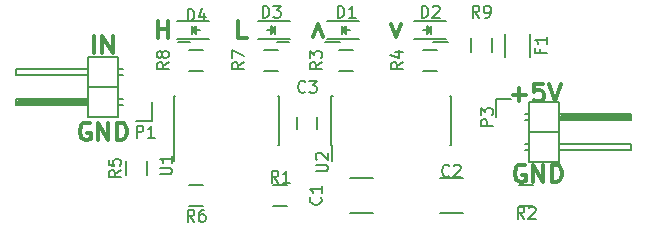
<source format=gbr>
G04 #@! TF.FileFunction,Legend,Top*
%FSLAX46Y46*%
G04 Gerber Fmt 4.6, Leading zero omitted, Abs format (unit mm)*
G04 Created by KiCad (PCBNEW (after 2015-mar-04 BZR unknown)-product) date 9/30/2016 11:15:59 AM*
%MOMM*%
G01*
G04 APERTURE LIST*
%ADD10C,0.150000*%
%ADD11C,0.200000*%
%ADD12C,0.300000*%
G04 APERTURE END LIST*
D10*
D11*
X30226000Y-3556000D02*
X31496000Y-3556000D01*
X21082000Y-3556000D02*
X22352000Y-3556000D01*
X17018000Y-3556000D02*
X18034000Y-3556000D01*
X8636000Y-3556000D02*
X9652000Y-3556000D01*
D12*
X27499429Y-1968572D02*
X27070857Y-3111429D01*
X26642286Y-1968572D01*
X19998571Y-3111428D02*
X20427143Y-1968571D01*
X20855714Y-3111428D01*
X14434286Y-3218571D02*
X13720000Y-3218571D01*
X13720000Y-1718571D01*
X6937429Y-3218571D02*
X6937429Y-1718571D01*
X6937429Y-2432857D02*
X7794572Y-2432857D01*
X7794572Y-3218571D02*
X7794572Y-1718571D01*
X1143143Y-10426000D02*
X1000286Y-10354571D01*
X786000Y-10354571D01*
X571715Y-10426000D01*
X428857Y-10568857D01*
X357429Y-10711714D01*
X286000Y-10997429D01*
X286000Y-11211714D01*
X357429Y-11497429D01*
X428857Y-11640286D01*
X571715Y-11783143D01*
X786000Y-11854571D01*
X928857Y-11854571D01*
X1143143Y-11783143D01*
X1214572Y-11711714D01*
X1214572Y-11211714D01*
X928857Y-11211714D01*
X1857429Y-11854571D02*
X1857429Y-10354571D01*
X2714572Y-11854571D01*
X2714572Y-10354571D01*
X3428858Y-11854571D02*
X3428858Y-10354571D01*
X3786001Y-10354571D01*
X4000286Y-10426000D01*
X4143144Y-10568857D01*
X4214572Y-10711714D01*
X4286001Y-10997429D01*
X4286001Y-11211714D01*
X4214572Y-11497429D01*
X4143144Y-11640286D01*
X4000286Y-11783143D01*
X3786001Y-11854571D01*
X3428858Y-11854571D01*
X37973143Y-13982000D02*
X37830286Y-13910571D01*
X37616000Y-13910571D01*
X37401715Y-13982000D01*
X37258857Y-14124857D01*
X37187429Y-14267714D01*
X37116000Y-14553429D01*
X37116000Y-14767714D01*
X37187429Y-15053429D01*
X37258857Y-15196286D01*
X37401715Y-15339143D01*
X37616000Y-15410571D01*
X37758857Y-15410571D01*
X37973143Y-15339143D01*
X38044572Y-15267714D01*
X38044572Y-14767714D01*
X37758857Y-14767714D01*
X38687429Y-15410571D02*
X38687429Y-13910571D01*
X39544572Y-15410571D01*
X39544572Y-13910571D01*
X40258858Y-15410571D02*
X40258858Y-13910571D01*
X40616001Y-13910571D01*
X40830286Y-13982000D01*
X40973144Y-14124857D01*
X41044572Y-14267714D01*
X41116001Y-14553429D01*
X41116001Y-14767714D01*
X41044572Y-15053429D01*
X40973144Y-15196286D01*
X40830286Y-15339143D01*
X40616001Y-15410571D01*
X40258858Y-15410571D01*
X36933429Y-7981143D02*
X38076286Y-7981143D01*
X37504857Y-8552571D02*
X37504857Y-7409714D01*
X39504858Y-7052571D02*
X38790572Y-7052571D01*
X38719143Y-7766857D01*
X38790572Y-7695429D01*
X38933429Y-7624000D01*
X39290572Y-7624000D01*
X39433429Y-7695429D01*
X39504858Y-7766857D01*
X39576286Y-7909714D01*
X39576286Y-8266857D01*
X39504858Y-8409714D01*
X39433429Y-8481143D01*
X39290572Y-8552571D01*
X38933429Y-8552571D01*
X38790572Y-8481143D01*
X38719143Y-8409714D01*
X40004857Y-7052571D02*
X40504857Y-8552571D01*
X41004857Y-7052571D01*
X1500286Y-4488571D02*
X1500286Y-2988571D01*
X2214572Y-4488571D02*
X2214572Y-2988571D01*
X3071715Y-4488571D01*
X3071715Y-2988571D01*
D10*
X25130000Y-15035000D02*
X23130000Y-15035000D01*
X23130000Y-17985000D02*
X25130000Y-17985000D01*
X32750000Y-15035000D02*
X30750000Y-15035000D01*
X30750000Y-17985000D02*
X32750000Y-17985000D01*
X21260000Y-3290000D02*
X23960000Y-3290000D01*
X21260000Y-1790000D02*
X23960000Y-1790000D01*
X22760000Y-2690000D02*
X22760000Y-2440000D01*
X22760000Y-2440000D02*
X22610000Y-2590000D01*
X22510000Y-2190000D02*
X22510000Y-2890000D01*
X22860000Y-2540000D02*
X23210000Y-2540000D01*
X22510000Y-2540000D02*
X22860000Y-2190000D01*
X22860000Y-2190000D02*
X22860000Y-2890000D01*
X22860000Y-2890000D02*
X22510000Y-2540000D01*
X31318000Y-1790000D02*
X28618000Y-1790000D01*
X31318000Y-3290000D02*
X28618000Y-3290000D01*
X29818000Y-2390000D02*
X29818000Y-2640000D01*
X29818000Y-2640000D02*
X29968000Y-2490000D01*
X30068000Y-2890000D02*
X30068000Y-2190000D01*
X29718000Y-2540000D02*
X29368000Y-2540000D01*
X30068000Y-2540000D02*
X29718000Y-2890000D01*
X29718000Y-2890000D02*
X29718000Y-2190000D01*
X29718000Y-2190000D02*
X30068000Y-2540000D01*
X18110000Y-1790000D02*
X15410000Y-1790000D01*
X18110000Y-3290000D02*
X15410000Y-3290000D01*
X16610000Y-2390000D02*
X16610000Y-2640000D01*
X16610000Y-2640000D02*
X16760000Y-2490000D01*
X16860000Y-2890000D02*
X16860000Y-2190000D01*
X16510000Y-2540000D02*
X16160000Y-2540000D01*
X16860000Y-2540000D02*
X16510000Y-2890000D01*
X16510000Y-2890000D02*
X16510000Y-2190000D01*
X16510000Y-2190000D02*
X16860000Y-2540000D01*
X8560000Y-3290000D02*
X11260000Y-3290000D01*
X8560000Y-1790000D02*
X11260000Y-1790000D01*
X10060000Y-2690000D02*
X10060000Y-2440000D01*
X10060000Y-2440000D02*
X9910000Y-2590000D01*
X9810000Y-2190000D02*
X9810000Y-2890000D01*
X10160000Y-2540000D02*
X10510000Y-2540000D01*
X9810000Y-2540000D02*
X10160000Y-2190000D01*
X10160000Y-2190000D02*
X10160000Y-2890000D01*
X10160000Y-2890000D02*
X9810000Y-2540000D01*
X6380000Y-10186000D02*
X6380000Y-8636000D01*
X5080000Y-10186000D02*
X6380000Y-10186000D01*
X889000Y-8763000D02*
X-4953000Y-8763000D01*
X-4953000Y-8763000D02*
X-4953000Y-8509000D01*
X-4953000Y-8509000D02*
X889000Y-8509000D01*
X889000Y-8509000D02*
X889000Y-8636000D01*
X889000Y-8636000D02*
X-4953000Y-8636000D01*
X3556000Y-8890000D02*
X3937000Y-8890000D01*
X3556000Y-8382000D02*
X3937000Y-8382000D01*
X3556000Y-6350000D02*
X3937000Y-6350000D01*
X3556000Y-5842000D02*
X3937000Y-5842000D01*
X3556000Y-9906000D02*
X1016000Y-9906000D01*
X3556000Y-7366000D02*
X1016000Y-7366000D01*
X3556000Y-7366000D02*
X3556000Y-4826000D01*
X3556000Y-4826000D02*
X1016000Y-4826000D01*
X1016000Y-6350000D02*
X-5080000Y-6350000D01*
X-5080000Y-6350000D02*
X-5080000Y-5842000D01*
X-5080000Y-5842000D02*
X1016000Y-5842000D01*
X1016000Y-4826000D02*
X1016000Y-7366000D01*
X1016000Y-7366000D02*
X1016000Y-9906000D01*
X-5080000Y-8382000D02*
X1016000Y-8382000D01*
X-5080000Y-8890000D02*
X-5080000Y-8382000D01*
X1016000Y-8890000D02*
X-5080000Y-8890000D01*
X3556000Y-7366000D02*
X1016000Y-7366000D01*
X3556000Y-9906000D02*
X3556000Y-7366000D01*
X35530000Y-8356000D02*
X35530000Y-9906000D01*
X36830000Y-8356000D02*
X35530000Y-8356000D01*
X41021000Y-9779000D02*
X46863000Y-9779000D01*
X46863000Y-9779000D02*
X46863000Y-10033000D01*
X46863000Y-10033000D02*
X41021000Y-10033000D01*
X41021000Y-10033000D02*
X41021000Y-9906000D01*
X41021000Y-9906000D02*
X46863000Y-9906000D01*
X38354000Y-9652000D02*
X37973000Y-9652000D01*
X38354000Y-10160000D02*
X37973000Y-10160000D01*
X38354000Y-12192000D02*
X37973000Y-12192000D01*
X38354000Y-12700000D02*
X37973000Y-12700000D01*
X38354000Y-8636000D02*
X40894000Y-8636000D01*
X38354000Y-11176000D02*
X40894000Y-11176000D01*
X38354000Y-11176000D02*
X38354000Y-13716000D01*
X38354000Y-13716000D02*
X40894000Y-13716000D01*
X40894000Y-12192000D02*
X46990000Y-12192000D01*
X46990000Y-12192000D02*
X46990000Y-12700000D01*
X46990000Y-12700000D02*
X40894000Y-12700000D01*
X40894000Y-13716000D02*
X40894000Y-11176000D01*
X40894000Y-11176000D02*
X40894000Y-8636000D01*
X46990000Y-10160000D02*
X40894000Y-10160000D01*
X46990000Y-9652000D02*
X46990000Y-10160000D01*
X40894000Y-9652000D02*
X46990000Y-9652000D01*
X38354000Y-11176000D02*
X40894000Y-11176000D01*
X38354000Y-8636000D02*
X38354000Y-11176000D01*
X16672000Y-15635000D02*
X17872000Y-15635000D01*
X17872000Y-17385000D02*
X16672000Y-17385000D01*
X38700000Y-17385000D02*
X37500000Y-17385000D01*
X37500000Y-15635000D02*
X38700000Y-15635000D01*
X23460000Y-5955000D02*
X22260000Y-5955000D01*
X22260000Y-4205000D02*
X23460000Y-4205000D01*
X29372000Y-4205000D02*
X30572000Y-4205000D01*
X30572000Y-5955000D02*
X29372000Y-5955000D01*
X5955000Y-13624000D02*
X5955000Y-14824000D01*
X4205000Y-14824000D02*
X4205000Y-13624000D01*
X9560000Y-15635000D02*
X10760000Y-15635000D01*
X10760000Y-17385000D02*
X9560000Y-17385000D01*
X15910000Y-4205000D02*
X17110000Y-4205000D01*
X17110000Y-5955000D02*
X15910000Y-5955000D01*
X10760000Y-5955000D02*
X9560000Y-5955000D01*
X9560000Y-4205000D02*
X10760000Y-4205000D01*
X35165000Y-3210000D02*
X35165000Y-4410000D01*
X33415000Y-4410000D02*
X33415000Y-3210000D01*
X8250000Y-12235000D02*
X8275000Y-12235000D01*
X8250000Y-8085000D02*
X8365000Y-8085000D01*
X17150000Y-8085000D02*
X17035000Y-8085000D01*
X17150000Y-12235000D02*
X17035000Y-12235000D01*
X8250000Y-12235000D02*
X8250000Y-8085000D01*
X17150000Y-12235000D02*
X17150000Y-8085000D01*
X8275000Y-12235000D02*
X8275000Y-13610000D01*
X21595000Y-12235000D02*
X21620000Y-12235000D01*
X21595000Y-8085000D02*
X21700000Y-8085000D01*
X31745000Y-8085000D02*
X31640000Y-8085000D01*
X31745000Y-12235000D02*
X31640000Y-12235000D01*
X21595000Y-12235000D02*
X21595000Y-8085000D01*
X31745000Y-12235000D02*
X31745000Y-8085000D01*
X21620000Y-12235000D02*
X21620000Y-13610000D01*
X20408000Y-10914000D02*
X20408000Y-9914000D01*
X18708000Y-9914000D02*
X18708000Y-10914000D01*
X36263000Y-4810000D02*
X36263000Y-2810000D01*
X38413000Y-2810000D02*
X38413000Y-4810000D01*
X20677143Y-16676666D02*
X20724762Y-16724285D01*
X20772381Y-16867142D01*
X20772381Y-16962380D01*
X20724762Y-17105238D01*
X20629524Y-17200476D01*
X20534286Y-17248095D01*
X20343810Y-17295714D01*
X20200952Y-17295714D01*
X20010476Y-17248095D01*
X19915238Y-17200476D01*
X19820000Y-17105238D01*
X19772381Y-16962380D01*
X19772381Y-16867142D01*
X19820000Y-16724285D01*
X19867619Y-16676666D01*
X20772381Y-15724285D02*
X20772381Y-16295714D01*
X20772381Y-16010000D02*
X19772381Y-16010000D01*
X19915238Y-16105238D01*
X20010476Y-16200476D01*
X20058095Y-16295714D01*
X31583334Y-14835143D02*
X31535715Y-14882762D01*
X31392858Y-14930381D01*
X31297620Y-14930381D01*
X31154762Y-14882762D01*
X31059524Y-14787524D01*
X31011905Y-14692286D01*
X30964286Y-14501810D01*
X30964286Y-14358952D01*
X31011905Y-14168476D01*
X31059524Y-14073238D01*
X31154762Y-13978000D01*
X31297620Y-13930381D01*
X31392858Y-13930381D01*
X31535715Y-13978000D01*
X31583334Y-14025619D01*
X31964286Y-14025619D02*
X32011905Y-13978000D01*
X32107143Y-13930381D01*
X32345239Y-13930381D01*
X32440477Y-13978000D01*
X32488096Y-14025619D01*
X32535715Y-14120857D01*
X32535715Y-14216095D01*
X32488096Y-14358952D01*
X31916667Y-14930381D01*
X32535715Y-14930381D01*
X22121905Y-1468381D02*
X22121905Y-468381D01*
X22360000Y-468381D01*
X22502858Y-516000D01*
X22598096Y-611238D01*
X22645715Y-706476D01*
X22693334Y-896952D01*
X22693334Y-1039810D01*
X22645715Y-1230286D01*
X22598096Y-1325524D01*
X22502858Y-1420762D01*
X22360000Y-1468381D01*
X22121905Y-1468381D01*
X23645715Y-1468381D02*
X23074286Y-1468381D01*
X23360000Y-1468381D02*
X23360000Y-468381D01*
X23264762Y-611238D01*
X23169524Y-706476D01*
X23074286Y-754095D01*
X29233905Y-1468381D02*
X29233905Y-468381D01*
X29472000Y-468381D01*
X29614858Y-516000D01*
X29710096Y-611238D01*
X29757715Y-706476D01*
X29805334Y-896952D01*
X29805334Y-1039810D01*
X29757715Y-1230286D01*
X29710096Y-1325524D01*
X29614858Y-1420762D01*
X29472000Y-1468381D01*
X29233905Y-1468381D01*
X30186286Y-563619D02*
X30233905Y-516000D01*
X30329143Y-468381D01*
X30567239Y-468381D01*
X30662477Y-516000D01*
X30710096Y-563619D01*
X30757715Y-658857D01*
X30757715Y-754095D01*
X30710096Y-896952D01*
X30138667Y-1468381D01*
X30757715Y-1468381D01*
X15771905Y-1468381D02*
X15771905Y-468381D01*
X16010000Y-468381D01*
X16152858Y-516000D01*
X16248096Y-611238D01*
X16295715Y-706476D01*
X16343334Y-896952D01*
X16343334Y-1039810D01*
X16295715Y-1230286D01*
X16248096Y-1325524D01*
X16152858Y-1420762D01*
X16010000Y-1468381D01*
X15771905Y-1468381D01*
X16676667Y-468381D02*
X17295715Y-468381D01*
X16962381Y-849333D01*
X17105239Y-849333D01*
X17200477Y-896952D01*
X17248096Y-944571D01*
X17295715Y-1039810D01*
X17295715Y-1277905D01*
X17248096Y-1373143D01*
X17200477Y-1420762D01*
X17105239Y-1468381D01*
X16819524Y-1468381D01*
X16724286Y-1420762D01*
X16676667Y-1373143D01*
X9421905Y-1722381D02*
X9421905Y-722381D01*
X9660000Y-722381D01*
X9802858Y-770000D01*
X9898096Y-865238D01*
X9945715Y-960476D01*
X9993334Y-1150952D01*
X9993334Y-1293810D01*
X9945715Y-1484286D01*
X9898096Y-1579524D01*
X9802858Y-1674762D01*
X9660000Y-1722381D01*
X9421905Y-1722381D01*
X10850477Y-1055714D02*
X10850477Y-1722381D01*
X10612381Y-674762D02*
X10374286Y-1389048D01*
X10993334Y-1389048D01*
X5103905Y-11628381D02*
X5103905Y-10628381D01*
X5484858Y-10628381D01*
X5580096Y-10676000D01*
X5627715Y-10723619D01*
X5675334Y-10818857D01*
X5675334Y-10961714D01*
X5627715Y-11056952D01*
X5580096Y-11104571D01*
X5484858Y-11152190D01*
X5103905Y-11152190D01*
X6627715Y-11628381D02*
X6056286Y-11628381D01*
X6342000Y-11628381D02*
X6342000Y-10628381D01*
X6246762Y-10771238D01*
X6151524Y-10866476D01*
X6056286Y-10914095D01*
X35250381Y-10644095D02*
X34250381Y-10644095D01*
X34250381Y-10263142D01*
X34298000Y-10167904D01*
X34345619Y-10120285D01*
X34440857Y-10072666D01*
X34583714Y-10072666D01*
X34678952Y-10120285D01*
X34726571Y-10167904D01*
X34774190Y-10263142D01*
X34774190Y-10644095D01*
X34250381Y-9739333D02*
X34250381Y-9120285D01*
X34631333Y-9453619D01*
X34631333Y-9310761D01*
X34678952Y-9215523D01*
X34726571Y-9167904D01*
X34821810Y-9120285D01*
X35059905Y-9120285D01*
X35155143Y-9167904D01*
X35202762Y-9215523D01*
X35250381Y-9310761D01*
X35250381Y-9596476D01*
X35202762Y-9691714D01*
X35155143Y-9739333D01*
X17105334Y-15438381D02*
X16772000Y-14962190D01*
X16533905Y-15438381D02*
X16533905Y-14438381D01*
X16914858Y-14438381D01*
X17010096Y-14486000D01*
X17057715Y-14533619D01*
X17105334Y-14628857D01*
X17105334Y-14771714D01*
X17057715Y-14866952D01*
X17010096Y-14914571D01*
X16914858Y-14962190D01*
X16533905Y-14962190D01*
X18057715Y-15438381D02*
X17486286Y-15438381D01*
X17772000Y-15438381D02*
X17772000Y-14438381D01*
X17676762Y-14581238D01*
X17581524Y-14676476D01*
X17486286Y-14724095D01*
X37933334Y-18486381D02*
X37600000Y-18010190D01*
X37361905Y-18486381D02*
X37361905Y-17486381D01*
X37742858Y-17486381D01*
X37838096Y-17534000D01*
X37885715Y-17581619D01*
X37933334Y-17676857D01*
X37933334Y-17819714D01*
X37885715Y-17914952D01*
X37838096Y-17962571D01*
X37742858Y-18010190D01*
X37361905Y-18010190D01*
X38314286Y-17581619D02*
X38361905Y-17534000D01*
X38457143Y-17486381D01*
X38695239Y-17486381D01*
X38790477Y-17534000D01*
X38838096Y-17581619D01*
X38885715Y-17676857D01*
X38885715Y-17772095D01*
X38838096Y-17914952D01*
X38266667Y-18486381D01*
X38885715Y-18486381D01*
X20772381Y-5246666D02*
X20296190Y-5580000D01*
X20772381Y-5818095D02*
X19772381Y-5818095D01*
X19772381Y-5437142D01*
X19820000Y-5341904D01*
X19867619Y-5294285D01*
X19962857Y-5246666D01*
X20105714Y-5246666D01*
X20200952Y-5294285D01*
X20248571Y-5341904D01*
X20296190Y-5437142D01*
X20296190Y-5818095D01*
X19772381Y-4913333D02*
X19772381Y-4294285D01*
X20153333Y-4627619D01*
X20153333Y-4484761D01*
X20200952Y-4389523D01*
X20248571Y-4341904D01*
X20343810Y-4294285D01*
X20581905Y-4294285D01*
X20677143Y-4341904D01*
X20724762Y-4389523D01*
X20772381Y-4484761D01*
X20772381Y-4770476D01*
X20724762Y-4865714D01*
X20677143Y-4913333D01*
X27630381Y-5246666D02*
X27154190Y-5580000D01*
X27630381Y-5818095D02*
X26630381Y-5818095D01*
X26630381Y-5437142D01*
X26678000Y-5341904D01*
X26725619Y-5294285D01*
X26820857Y-5246666D01*
X26963714Y-5246666D01*
X27058952Y-5294285D01*
X27106571Y-5341904D01*
X27154190Y-5437142D01*
X27154190Y-5818095D01*
X26963714Y-4389523D02*
X27630381Y-4389523D01*
X26582762Y-4627619D02*
X27297048Y-4865714D01*
X27297048Y-4246666D01*
X3754381Y-14390666D02*
X3278190Y-14724000D01*
X3754381Y-14962095D02*
X2754381Y-14962095D01*
X2754381Y-14581142D01*
X2802000Y-14485904D01*
X2849619Y-14438285D01*
X2944857Y-14390666D01*
X3087714Y-14390666D01*
X3182952Y-14438285D01*
X3230571Y-14485904D01*
X3278190Y-14581142D01*
X3278190Y-14962095D01*
X2754381Y-13485904D02*
X2754381Y-13962095D01*
X3230571Y-14009714D01*
X3182952Y-13962095D01*
X3135333Y-13866857D01*
X3135333Y-13628761D01*
X3182952Y-13533523D01*
X3230571Y-13485904D01*
X3325810Y-13438285D01*
X3563905Y-13438285D01*
X3659143Y-13485904D01*
X3706762Y-13533523D01*
X3754381Y-13628761D01*
X3754381Y-13866857D01*
X3706762Y-13962095D01*
X3659143Y-14009714D01*
X9993334Y-18740381D02*
X9660000Y-18264190D01*
X9421905Y-18740381D02*
X9421905Y-17740381D01*
X9802858Y-17740381D01*
X9898096Y-17788000D01*
X9945715Y-17835619D01*
X9993334Y-17930857D01*
X9993334Y-18073714D01*
X9945715Y-18168952D01*
X9898096Y-18216571D01*
X9802858Y-18264190D01*
X9421905Y-18264190D01*
X10850477Y-17740381D02*
X10660000Y-17740381D01*
X10564762Y-17788000D01*
X10517143Y-17835619D01*
X10421905Y-17978476D01*
X10374286Y-18168952D01*
X10374286Y-18549905D01*
X10421905Y-18645143D01*
X10469524Y-18692762D01*
X10564762Y-18740381D01*
X10755239Y-18740381D01*
X10850477Y-18692762D01*
X10898096Y-18645143D01*
X10945715Y-18549905D01*
X10945715Y-18311810D01*
X10898096Y-18216571D01*
X10850477Y-18168952D01*
X10755239Y-18121333D01*
X10564762Y-18121333D01*
X10469524Y-18168952D01*
X10421905Y-18216571D01*
X10374286Y-18311810D01*
X14168381Y-5246666D02*
X13692190Y-5580000D01*
X14168381Y-5818095D02*
X13168381Y-5818095D01*
X13168381Y-5437142D01*
X13216000Y-5341904D01*
X13263619Y-5294285D01*
X13358857Y-5246666D01*
X13501714Y-5246666D01*
X13596952Y-5294285D01*
X13644571Y-5341904D01*
X13692190Y-5437142D01*
X13692190Y-5818095D01*
X13168381Y-4913333D02*
X13168381Y-4246666D01*
X14168381Y-4675238D01*
X7818381Y-5246666D02*
X7342190Y-5580000D01*
X7818381Y-5818095D02*
X6818381Y-5818095D01*
X6818381Y-5437142D01*
X6866000Y-5341904D01*
X6913619Y-5294285D01*
X7008857Y-5246666D01*
X7151714Y-5246666D01*
X7246952Y-5294285D01*
X7294571Y-5341904D01*
X7342190Y-5437142D01*
X7342190Y-5818095D01*
X7246952Y-4675238D02*
X7199333Y-4770476D01*
X7151714Y-4818095D01*
X7056476Y-4865714D01*
X7008857Y-4865714D01*
X6913619Y-4818095D01*
X6866000Y-4770476D01*
X6818381Y-4675238D01*
X6818381Y-4484761D01*
X6866000Y-4389523D01*
X6913619Y-4341904D01*
X7008857Y-4294285D01*
X7056476Y-4294285D01*
X7151714Y-4341904D01*
X7199333Y-4389523D01*
X7246952Y-4484761D01*
X7246952Y-4675238D01*
X7294571Y-4770476D01*
X7342190Y-4818095D01*
X7437429Y-4865714D01*
X7627905Y-4865714D01*
X7723143Y-4818095D01*
X7770762Y-4770476D01*
X7818381Y-4675238D01*
X7818381Y-4484761D01*
X7770762Y-4389523D01*
X7723143Y-4341904D01*
X7627905Y-4294285D01*
X7437429Y-4294285D01*
X7342190Y-4341904D01*
X7294571Y-4389523D01*
X7246952Y-4484761D01*
X34123334Y-1468381D02*
X33790000Y-992190D01*
X33551905Y-1468381D02*
X33551905Y-468381D01*
X33932858Y-468381D01*
X34028096Y-516000D01*
X34075715Y-563619D01*
X34123334Y-658857D01*
X34123334Y-801714D01*
X34075715Y-896952D01*
X34028096Y-944571D01*
X33932858Y-992190D01*
X33551905Y-992190D01*
X34599524Y-1468381D02*
X34790000Y-1468381D01*
X34885239Y-1420762D01*
X34932858Y-1373143D01*
X35028096Y-1230286D01*
X35075715Y-1039810D01*
X35075715Y-658857D01*
X35028096Y-563619D01*
X34980477Y-516000D01*
X34885239Y-468381D01*
X34694762Y-468381D01*
X34599524Y-516000D01*
X34551905Y-563619D01*
X34504286Y-658857D01*
X34504286Y-896952D01*
X34551905Y-992190D01*
X34599524Y-1039810D01*
X34694762Y-1087429D01*
X34885239Y-1087429D01*
X34980477Y-1039810D01*
X35028096Y-992190D01*
X35075715Y-896952D01*
X7072381Y-14731905D02*
X7881905Y-14731905D01*
X7977143Y-14684286D01*
X8024762Y-14636667D01*
X8072381Y-14541429D01*
X8072381Y-14350952D01*
X8024762Y-14255714D01*
X7977143Y-14208095D01*
X7881905Y-14160476D01*
X7072381Y-14160476D01*
X8072381Y-13160476D02*
X8072381Y-13731905D01*
X8072381Y-13446191D02*
X7072381Y-13446191D01*
X7215238Y-13541429D01*
X7310476Y-13636667D01*
X7358095Y-13731905D01*
X20280381Y-14477905D02*
X21089905Y-14477905D01*
X21185143Y-14430286D01*
X21232762Y-14382667D01*
X21280381Y-14287429D01*
X21280381Y-14096952D01*
X21232762Y-14001714D01*
X21185143Y-13954095D01*
X21089905Y-13906476D01*
X20280381Y-13906476D01*
X20375619Y-13477905D02*
X20328000Y-13430286D01*
X20280381Y-13335048D01*
X20280381Y-13096952D01*
X20328000Y-13001714D01*
X20375619Y-12954095D01*
X20470857Y-12906476D01*
X20566095Y-12906476D01*
X20708952Y-12954095D01*
X21280381Y-13525524D01*
X21280381Y-12906476D01*
X19391334Y-7723143D02*
X19343715Y-7770762D01*
X19200858Y-7818381D01*
X19105620Y-7818381D01*
X18962762Y-7770762D01*
X18867524Y-7675524D01*
X18819905Y-7580286D01*
X18772286Y-7389810D01*
X18772286Y-7246952D01*
X18819905Y-7056476D01*
X18867524Y-6961238D01*
X18962762Y-6866000D01*
X19105620Y-6818381D01*
X19200858Y-6818381D01*
X19343715Y-6866000D01*
X19391334Y-6913619D01*
X19724667Y-6818381D02*
X20343715Y-6818381D01*
X20010381Y-7199333D01*
X20153239Y-7199333D01*
X20248477Y-7246952D01*
X20296096Y-7294571D01*
X20343715Y-7389810D01*
X20343715Y-7627905D01*
X20296096Y-7723143D01*
X20248477Y-7770762D01*
X20153239Y-7818381D01*
X19867524Y-7818381D01*
X19772286Y-7770762D01*
X19724667Y-7723143D01*
X39298571Y-4143333D02*
X39298571Y-4476667D01*
X39822381Y-4476667D02*
X38822381Y-4476667D01*
X38822381Y-4000476D01*
X39822381Y-3095714D02*
X39822381Y-3667143D01*
X39822381Y-3381429D02*
X38822381Y-3381429D01*
X38965238Y-3476667D01*
X39060476Y-3571905D01*
X39108095Y-3667143D01*
M02*

</source>
